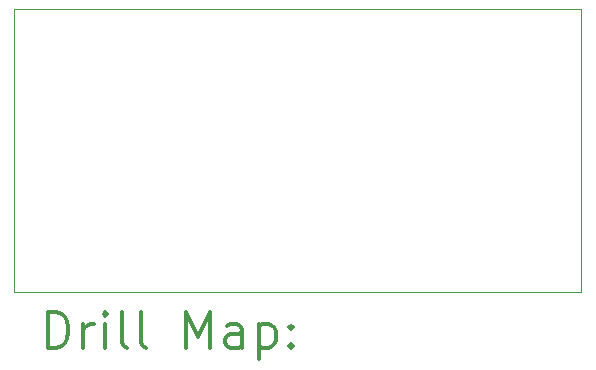
<source format=gbr>
%FSLAX45Y45*%
G04 Gerber Fmt 4.5, Leading zero omitted, Abs format (unit mm)*
G04 Created by KiCad (PCBNEW (5.1.12)-1) date 2022-09-24 14:43:44*
%MOMM*%
%LPD*%
G01*
G04 APERTURE LIST*
%TA.AperFunction,Profile*%
%ADD10C,0.050000*%
%TD*%
%ADD11C,0.200000*%
%ADD12C,0.300000*%
G04 APERTURE END LIST*
D10*
X16450000Y-6950000D02*
X11650000Y-6950000D01*
X16450000Y-9350000D02*
X16450000Y-6950000D01*
X11650000Y-9350000D02*
X16450000Y-9350000D01*
X11650000Y-6950000D02*
X11650000Y-9350000D01*
D11*
D12*
X11933928Y-9818214D02*
X11933928Y-9518214D01*
X12005357Y-9518214D01*
X12048214Y-9532500D01*
X12076786Y-9561072D01*
X12091071Y-9589643D01*
X12105357Y-9646786D01*
X12105357Y-9689643D01*
X12091071Y-9746786D01*
X12076786Y-9775357D01*
X12048214Y-9803929D01*
X12005357Y-9818214D01*
X11933928Y-9818214D01*
X12233928Y-9818214D02*
X12233928Y-9618214D01*
X12233928Y-9675357D02*
X12248214Y-9646786D01*
X12262500Y-9632500D01*
X12291071Y-9618214D01*
X12319643Y-9618214D01*
X12419643Y-9818214D02*
X12419643Y-9618214D01*
X12419643Y-9518214D02*
X12405357Y-9532500D01*
X12419643Y-9546786D01*
X12433928Y-9532500D01*
X12419643Y-9518214D01*
X12419643Y-9546786D01*
X12605357Y-9818214D02*
X12576786Y-9803929D01*
X12562500Y-9775357D01*
X12562500Y-9518214D01*
X12762500Y-9818214D02*
X12733928Y-9803929D01*
X12719643Y-9775357D01*
X12719643Y-9518214D01*
X13105357Y-9818214D02*
X13105357Y-9518214D01*
X13205357Y-9732500D01*
X13305357Y-9518214D01*
X13305357Y-9818214D01*
X13576786Y-9818214D02*
X13576786Y-9661072D01*
X13562500Y-9632500D01*
X13533928Y-9618214D01*
X13476786Y-9618214D01*
X13448214Y-9632500D01*
X13576786Y-9803929D02*
X13548214Y-9818214D01*
X13476786Y-9818214D01*
X13448214Y-9803929D01*
X13433928Y-9775357D01*
X13433928Y-9746786D01*
X13448214Y-9718214D01*
X13476786Y-9703929D01*
X13548214Y-9703929D01*
X13576786Y-9689643D01*
X13719643Y-9618214D02*
X13719643Y-9918214D01*
X13719643Y-9632500D02*
X13748214Y-9618214D01*
X13805357Y-9618214D01*
X13833928Y-9632500D01*
X13848214Y-9646786D01*
X13862500Y-9675357D01*
X13862500Y-9761072D01*
X13848214Y-9789643D01*
X13833928Y-9803929D01*
X13805357Y-9818214D01*
X13748214Y-9818214D01*
X13719643Y-9803929D01*
X13991071Y-9789643D02*
X14005357Y-9803929D01*
X13991071Y-9818214D01*
X13976786Y-9803929D01*
X13991071Y-9789643D01*
X13991071Y-9818214D01*
X13991071Y-9632500D02*
X14005357Y-9646786D01*
X13991071Y-9661072D01*
X13976786Y-9646786D01*
X13991071Y-9632500D01*
X13991071Y-9661072D01*
M02*

</source>
